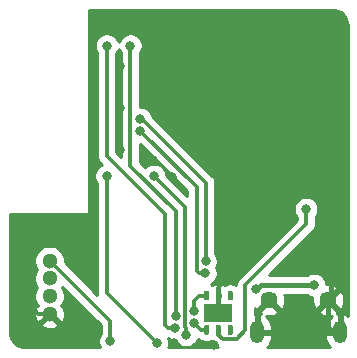
<source format=gbr>
G04 #@! TF.GenerationSoftware,KiCad,Pcbnew,(5.1.5)-3*
G04 #@! TF.CreationDate,2020-07-05T00:24:43+03:00*
G04 #@! TF.ProjectId,body_temp,626f6479-5f74-4656-9d70-2e6b69636164,rev?*
G04 #@! TF.SameCoordinates,Original*
G04 #@! TF.FileFunction,Copper,L2,Bot*
G04 #@! TF.FilePolarity,Positive*
%FSLAX46Y46*%
G04 Gerber Fmt 4.6, Leading zero omitted, Abs format (unit mm)*
G04 Created by KiCad (PCBNEW (5.1.5)-3) date 2020-07-05 00:24:43*
%MOMM*%
%LPD*%
G04 APERTURE LIST*
%ADD10C,1.300000*%
%ADD11R,2.400000X1.500000*%
%ADD12C,0.100000*%
%ADD13O,1.200000X1.900000*%
%ADD14C,1.450000*%
%ADD15C,0.800000*%
%ADD16C,0.400000*%
%ADD17C,0.350000*%
%ADD18C,0.254000*%
G04 APERTURE END LIST*
D10*
X20066000Y-41457000D03*
X20066000Y-39957000D03*
X20066000Y-38457000D03*
X20066000Y-36957000D03*
D11*
X34352200Y-41362200D03*
G04 #@! TA.AperFunction,SMDPad,CuDef*
D12*
G36*
X33462002Y-42412682D02*
G01*
X33471709Y-42414121D01*
X33481228Y-42416506D01*
X33490468Y-42419812D01*
X33499340Y-42424008D01*
X33507757Y-42429053D01*
X33515639Y-42434899D01*
X33522911Y-42441489D01*
X33529501Y-42448761D01*
X33535347Y-42456643D01*
X33540392Y-42465060D01*
X33544588Y-42473932D01*
X33547894Y-42483172D01*
X33550279Y-42492691D01*
X33551718Y-42502398D01*
X33552200Y-42512200D01*
X33552200Y-43112200D01*
X33551718Y-43122002D01*
X33550279Y-43131709D01*
X33547894Y-43141228D01*
X33544588Y-43150468D01*
X33540392Y-43159340D01*
X33535347Y-43167757D01*
X33529501Y-43175639D01*
X33522911Y-43182911D01*
X33515639Y-43189501D01*
X33507757Y-43195347D01*
X33499340Y-43200392D01*
X33490468Y-43204588D01*
X33481228Y-43207894D01*
X33471709Y-43210279D01*
X33462002Y-43211718D01*
X33452200Y-43212200D01*
X33252200Y-43212200D01*
X33242398Y-43211718D01*
X33232691Y-43210279D01*
X33223172Y-43207894D01*
X33213932Y-43204588D01*
X33205060Y-43200392D01*
X33196643Y-43195347D01*
X33188761Y-43189501D01*
X33181489Y-43182911D01*
X33174899Y-43175639D01*
X33169053Y-43167757D01*
X33164008Y-43159340D01*
X33159812Y-43150468D01*
X33156506Y-43141228D01*
X33154121Y-43131709D01*
X33152682Y-43122002D01*
X33152200Y-43112200D01*
X33152200Y-42512200D01*
X33152682Y-42502398D01*
X33154121Y-42492691D01*
X33156506Y-42483172D01*
X33159812Y-42473932D01*
X33164008Y-42465060D01*
X33169053Y-42456643D01*
X33174899Y-42448761D01*
X33181489Y-42441489D01*
X33188761Y-42434899D01*
X33196643Y-42429053D01*
X33205060Y-42424008D01*
X33213932Y-42419812D01*
X33223172Y-42416506D01*
X33232691Y-42414121D01*
X33242398Y-42412682D01*
X33252200Y-42412200D01*
X33452200Y-42412200D01*
X33462002Y-42412682D01*
G37*
G04 #@! TD.AperFunction*
G04 #@! TA.AperFunction,SMDPad,CuDef*
G36*
X34462002Y-42412682D02*
G01*
X34471709Y-42414121D01*
X34481228Y-42416506D01*
X34490468Y-42419812D01*
X34499340Y-42424008D01*
X34507757Y-42429053D01*
X34515639Y-42434899D01*
X34522911Y-42441489D01*
X34529501Y-42448761D01*
X34535347Y-42456643D01*
X34540392Y-42465060D01*
X34544588Y-42473932D01*
X34547894Y-42483172D01*
X34550279Y-42492691D01*
X34551718Y-42502398D01*
X34552200Y-42512200D01*
X34552200Y-43112200D01*
X34551718Y-43122002D01*
X34550279Y-43131709D01*
X34547894Y-43141228D01*
X34544588Y-43150468D01*
X34540392Y-43159340D01*
X34535347Y-43167757D01*
X34529501Y-43175639D01*
X34522911Y-43182911D01*
X34515639Y-43189501D01*
X34507757Y-43195347D01*
X34499340Y-43200392D01*
X34490468Y-43204588D01*
X34481228Y-43207894D01*
X34471709Y-43210279D01*
X34462002Y-43211718D01*
X34452200Y-43212200D01*
X34252200Y-43212200D01*
X34242398Y-43211718D01*
X34232691Y-43210279D01*
X34223172Y-43207894D01*
X34213932Y-43204588D01*
X34205060Y-43200392D01*
X34196643Y-43195347D01*
X34188761Y-43189501D01*
X34181489Y-43182911D01*
X34174899Y-43175639D01*
X34169053Y-43167757D01*
X34164008Y-43159340D01*
X34159812Y-43150468D01*
X34156506Y-43141228D01*
X34154121Y-43131709D01*
X34152682Y-43122002D01*
X34152200Y-43112200D01*
X34152200Y-42512200D01*
X34152682Y-42502398D01*
X34154121Y-42492691D01*
X34156506Y-42483172D01*
X34159812Y-42473932D01*
X34164008Y-42465060D01*
X34169053Y-42456643D01*
X34174899Y-42448761D01*
X34181489Y-42441489D01*
X34188761Y-42434899D01*
X34196643Y-42429053D01*
X34205060Y-42424008D01*
X34213932Y-42419812D01*
X34223172Y-42416506D01*
X34232691Y-42414121D01*
X34242398Y-42412682D01*
X34252200Y-42412200D01*
X34452200Y-42412200D01*
X34462002Y-42412682D01*
G37*
G04 #@! TD.AperFunction*
G04 #@! TA.AperFunction,SMDPad,CuDef*
G36*
X35462002Y-42412682D02*
G01*
X35471709Y-42414121D01*
X35481228Y-42416506D01*
X35490468Y-42419812D01*
X35499340Y-42424008D01*
X35507757Y-42429053D01*
X35515639Y-42434899D01*
X35522911Y-42441489D01*
X35529501Y-42448761D01*
X35535347Y-42456643D01*
X35540392Y-42465060D01*
X35544588Y-42473932D01*
X35547894Y-42483172D01*
X35550279Y-42492691D01*
X35551718Y-42502398D01*
X35552200Y-42512200D01*
X35552200Y-43112200D01*
X35551718Y-43122002D01*
X35550279Y-43131709D01*
X35547894Y-43141228D01*
X35544588Y-43150468D01*
X35540392Y-43159340D01*
X35535347Y-43167757D01*
X35529501Y-43175639D01*
X35522911Y-43182911D01*
X35515639Y-43189501D01*
X35507757Y-43195347D01*
X35499340Y-43200392D01*
X35490468Y-43204588D01*
X35481228Y-43207894D01*
X35471709Y-43210279D01*
X35462002Y-43211718D01*
X35452200Y-43212200D01*
X35252200Y-43212200D01*
X35242398Y-43211718D01*
X35232691Y-43210279D01*
X35223172Y-43207894D01*
X35213932Y-43204588D01*
X35205060Y-43200392D01*
X35196643Y-43195347D01*
X35188761Y-43189501D01*
X35181489Y-43182911D01*
X35174899Y-43175639D01*
X35169053Y-43167757D01*
X35164008Y-43159340D01*
X35159812Y-43150468D01*
X35156506Y-43141228D01*
X35154121Y-43131709D01*
X35152682Y-43122002D01*
X35152200Y-43112200D01*
X35152200Y-42512200D01*
X35152682Y-42502398D01*
X35154121Y-42492691D01*
X35156506Y-42483172D01*
X35159812Y-42473932D01*
X35164008Y-42465060D01*
X35169053Y-42456643D01*
X35174899Y-42448761D01*
X35181489Y-42441489D01*
X35188761Y-42434899D01*
X35196643Y-42429053D01*
X35205060Y-42424008D01*
X35213932Y-42419812D01*
X35223172Y-42416506D01*
X35232691Y-42414121D01*
X35242398Y-42412682D01*
X35252200Y-42412200D01*
X35452200Y-42412200D01*
X35462002Y-42412682D01*
G37*
G04 #@! TD.AperFunction*
G04 #@! TA.AperFunction,SMDPad,CuDef*
G36*
X35462002Y-39512682D02*
G01*
X35471709Y-39514121D01*
X35481228Y-39516506D01*
X35490468Y-39519812D01*
X35499340Y-39524008D01*
X35507757Y-39529053D01*
X35515639Y-39534899D01*
X35522911Y-39541489D01*
X35529501Y-39548761D01*
X35535347Y-39556643D01*
X35540392Y-39565060D01*
X35544588Y-39573932D01*
X35547894Y-39583172D01*
X35550279Y-39592691D01*
X35551718Y-39602398D01*
X35552200Y-39612200D01*
X35552200Y-40212200D01*
X35551718Y-40222002D01*
X35550279Y-40231709D01*
X35547894Y-40241228D01*
X35544588Y-40250468D01*
X35540392Y-40259340D01*
X35535347Y-40267757D01*
X35529501Y-40275639D01*
X35522911Y-40282911D01*
X35515639Y-40289501D01*
X35507757Y-40295347D01*
X35499340Y-40300392D01*
X35490468Y-40304588D01*
X35481228Y-40307894D01*
X35471709Y-40310279D01*
X35462002Y-40311718D01*
X35452200Y-40312200D01*
X35252200Y-40312200D01*
X35242398Y-40311718D01*
X35232691Y-40310279D01*
X35223172Y-40307894D01*
X35213932Y-40304588D01*
X35205060Y-40300392D01*
X35196643Y-40295347D01*
X35188761Y-40289501D01*
X35181489Y-40282911D01*
X35174899Y-40275639D01*
X35169053Y-40267757D01*
X35164008Y-40259340D01*
X35159812Y-40250468D01*
X35156506Y-40241228D01*
X35154121Y-40231709D01*
X35152682Y-40222002D01*
X35152200Y-40212200D01*
X35152200Y-39612200D01*
X35152682Y-39602398D01*
X35154121Y-39592691D01*
X35156506Y-39583172D01*
X35159812Y-39573932D01*
X35164008Y-39565060D01*
X35169053Y-39556643D01*
X35174899Y-39548761D01*
X35181489Y-39541489D01*
X35188761Y-39534899D01*
X35196643Y-39529053D01*
X35205060Y-39524008D01*
X35213932Y-39519812D01*
X35223172Y-39516506D01*
X35232691Y-39514121D01*
X35242398Y-39512682D01*
X35252200Y-39512200D01*
X35452200Y-39512200D01*
X35462002Y-39512682D01*
G37*
G04 #@! TD.AperFunction*
G04 #@! TA.AperFunction,SMDPad,CuDef*
G36*
X34462002Y-39512682D02*
G01*
X34471709Y-39514121D01*
X34481228Y-39516506D01*
X34490468Y-39519812D01*
X34499340Y-39524008D01*
X34507757Y-39529053D01*
X34515639Y-39534899D01*
X34522911Y-39541489D01*
X34529501Y-39548761D01*
X34535347Y-39556643D01*
X34540392Y-39565060D01*
X34544588Y-39573932D01*
X34547894Y-39583172D01*
X34550279Y-39592691D01*
X34551718Y-39602398D01*
X34552200Y-39612200D01*
X34552200Y-40212200D01*
X34551718Y-40222002D01*
X34550279Y-40231709D01*
X34547894Y-40241228D01*
X34544588Y-40250468D01*
X34540392Y-40259340D01*
X34535347Y-40267757D01*
X34529501Y-40275639D01*
X34522911Y-40282911D01*
X34515639Y-40289501D01*
X34507757Y-40295347D01*
X34499340Y-40300392D01*
X34490468Y-40304588D01*
X34481228Y-40307894D01*
X34471709Y-40310279D01*
X34462002Y-40311718D01*
X34452200Y-40312200D01*
X34252200Y-40312200D01*
X34242398Y-40311718D01*
X34232691Y-40310279D01*
X34223172Y-40307894D01*
X34213932Y-40304588D01*
X34205060Y-40300392D01*
X34196643Y-40295347D01*
X34188761Y-40289501D01*
X34181489Y-40282911D01*
X34174899Y-40275639D01*
X34169053Y-40267757D01*
X34164008Y-40259340D01*
X34159812Y-40250468D01*
X34156506Y-40241228D01*
X34154121Y-40231709D01*
X34152682Y-40222002D01*
X34152200Y-40212200D01*
X34152200Y-39612200D01*
X34152682Y-39602398D01*
X34154121Y-39592691D01*
X34156506Y-39583172D01*
X34159812Y-39573932D01*
X34164008Y-39565060D01*
X34169053Y-39556643D01*
X34174899Y-39548761D01*
X34181489Y-39541489D01*
X34188761Y-39534899D01*
X34196643Y-39529053D01*
X34205060Y-39524008D01*
X34213932Y-39519812D01*
X34223172Y-39516506D01*
X34232691Y-39514121D01*
X34242398Y-39512682D01*
X34252200Y-39512200D01*
X34452200Y-39512200D01*
X34462002Y-39512682D01*
G37*
G04 #@! TD.AperFunction*
G04 #@! TA.AperFunction,SMDPad,CuDef*
G36*
X33462002Y-39512682D02*
G01*
X33471709Y-39514121D01*
X33481228Y-39516506D01*
X33490468Y-39519812D01*
X33499340Y-39524008D01*
X33507757Y-39529053D01*
X33515639Y-39534899D01*
X33522911Y-39541489D01*
X33529501Y-39548761D01*
X33535347Y-39556643D01*
X33540392Y-39565060D01*
X33544588Y-39573932D01*
X33547894Y-39583172D01*
X33550279Y-39592691D01*
X33551718Y-39602398D01*
X33552200Y-39612200D01*
X33552200Y-40212200D01*
X33551718Y-40222002D01*
X33550279Y-40231709D01*
X33547894Y-40241228D01*
X33544588Y-40250468D01*
X33540392Y-40259340D01*
X33535347Y-40267757D01*
X33529501Y-40275639D01*
X33522911Y-40282911D01*
X33515639Y-40289501D01*
X33507757Y-40295347D01*
X33499340Y-40300392D01*
X33490468Y-40304588D01*
X33481228Y-40307894D01*
X33471709Y-40310279D01*
X33462002Y-40311718D01*
X33452200Y-40312200D01*
X33252200Y-40312200D01*
X33242398Y-40311718D01*
X33232691Y-40310279D01*
X33223172Y-40307894D01*
X33213932Y-40304588D01*
X33205060Y-40300392D01*
X33196643Y-40295347D01*
X33188761Y-40289501D01*
X33181489Y-40282911D01*
X33174899Y-40275639D01*
X33169053Y-40267757D01*
X33164008Y-40259340D01*
X33159812Y-40250468D01*
X33156506Y-40241228D01*
X33154121Y-40231709D01*
X33152682Y-40222002D01*
X33152200Y-40212200D01*
X33152200Y-39612200D01*
X33152682Y-39602398D01*
X33154121Y-39592691D01*
X33156506Y-39583172D01*
X33159812Y-39573932D01*
X33164008Y-39565060D01*
X33169053Y-39556643D01*
X33174899Y-39548761D01*
X33181489Y-39541489D01*
X33188761Y-39534899D01*
X33196643Y-39529053D01*
X33205060Y-39524008D01*
X33213932Y-39519812D01*
X33223172Y-39516506D01*
X33232691Y-39514121D01*
X33242398Y-39512682D01*
X33252200Y-39512200D01*
X33452200Y-39512200D01*
X33462002Y-39512682D01*
G37*
G04 #@! TD.AperFunction*
D13*
X44653000Y-43006500D03*
X37653000Y-43006500D03*
D14*
X43653000Y-40306500D03*
X38653000Y-40306500D03*
D15*
X17166000Y-34434000D03*
X17166000Y-43324000D03*
X43899500Y-32148002D03*
X38375000Y-29100000D03*
X28850000Y-28448000D03*
X38375000Y-19575000D03*
X28215000Y-19575000D03*
X26056000Y-27576000D03*
X26056000Y-24020000D03*
X26056000Y-20464000D03*
X33930000Y-24528000D03*
X33930000Y-19194000D03*
X44344000Y-16908000D03*
X17166000Y-39006000D03*
X21992000Y-43324000D03*
X43899500Y-18749500D03*
X23749000Y-21463000D03*
X23749000Y-17018000D03*
X42862500Y-22987000D03*
X44894500Y-22987000D03*
X40449500Y-31559500D03*
X23812500Y-34734500D03*
X33972500Y-44069000D03*
X30607000Y-43942000D03*
X20510500Y-33782000D03*
X21844000Y-40703500D03*
X41301500Y-16801000D03*
X30416500Y-29908500D03*
X41783000Y-32575500D03*
X25209500Y-43751500D03*
X29146500Y-43942000D03*
X24892000Y-29781500D03*
X30681270Y-42646432D03*
X24905500Y-18749500D03*
X30729600Y-41647599D03*
X26905500Y-18749500D03*
X31623000Y-43243500D03*
X28892500Y-29781500D03*
X42439000Y-39006000D03*
X37549500Y-39387000D03*
X32279601Y-41190400D03*
X32279601Y-42206400D03*
X33255342Y-38009142D03*
X27749500Y-25971500D03*
X33275505Y-37009344D03*
X27749500Y-24955500D03*
D16*
X43653000Y-42606500D02*
X43653000Y-40306500D01*
X44653000Y-43006500D02*
X44053000Y-43006500D01*
X44053000Y-43006500D02*
X43653000Y-42606500D01*
X43899500Y-40060000D02*
X43899500Y-32148002D01*
X43653000Y-40306500D02*
X43899500Y-40060000D01*
D17*
X34352200Y-39912200D02*
X34352200Y-41362200D01*
D16*
X43899500Y-32148002D02*
X43878500Y-30226000D01*
X43878500Y-30226000D02*
X43899500Y-18749500D01*
D17*
X42672000Y-30226000D02*
X43878500Y-30226000D01*
X40322500Y-32702500D02*
X42672000Y-30226000D01*
X34353500Y-39910900D02*
X34353500Y-39306500D01*
X34353500Y-39306500D02*
X40322500Y-33337500D01*
X34352200Y-39912200D02*
X34353500Y-39910900D01*
X40322500Y-33337500D02*
X40322500Y-32702500D01*
X19812000Y-34734500D02*
X23812500Y-34734500D01*
X18478500Y-36068000D02*
X19812000Y-34734500D01*
X18478500Y-40830500D02*
X18478500Y-36068000D01*
X20066000Y-41457000D02*
X19105000Y-41457000D01*
X19105000Y-41457000D02*
X18478500Y-40830500D01*
X36639500Y-38989000D02*
X41783000Y-33845500D01*
X41783000Y-33845500D02*
X41783000Y-32575500D01*
X34352200Y-43212200D02*
X34727210Y-43587210D01*
X34352200Y-42812200D02*
X34352200Y-43212200D01*
X34727210Y-43587210D02*
X35914790Y-43587210D01*
X36639500Y-42862500D02*
X36639500Y-38989000D01*
X35914790Y-43587210D02*
X36639500Y-42862500D01*
X20066000Y-36957000D02*
X25209500Y-42100500D01*
X25209500Y-42100500D02*
X25209500Y-43751500D01*
X24892000Y-39687500D02*
X24892000Y-29781500D01*
X29146500Y-43942000D02*
X24892000Y-39687500D01*
X24905500Y-28097500D02*
X24905500Y-18749500D01*
X29845000Y-33037000D02*
X24905500Y-28097500D01*
X29845000Y-42375847D02*
X29845000Y-33037000D01*
X30681270Y-42646432D02*
X30115585Y-42646432D01*
X30115585Y-42646432D02*
X29845000Y-42375847D01*
X26905500Y-28937500D02*
X26905500Y-19315185D01*
X30734000Y-32766000D02*
X26905500Y-28937500D01*
X30729600Y-41647599D02*
X30734000Y-41643199D01*
X26905500Y-19315185D02*
X26905500Y-18749500D01*
X30734000Y-41643199D02*
X30734000Y-32766000D01*
X31504600Y-42559415D02*
X31504600Y-32393600D01*
X31504600Y-32393600D02*
X28892500Y-29781500D01*
X31623000Y-43243500D02*
X31623000Y-42677815D01*
X31623000Y-42677815D02*
X31504600Y-42559415D01*
D16*
X37930500Y-39006000D02*
X42439000Y-39006000D01*
X37549500Y-39387000D02*
X37930500Y-39006000D01*
D17*
X32279601Y-40351599D02*
X32279601Y-41190400D01*
X33352200Y-39912200D02*
X32719000Y-39912200D01*
X32719000Y-39912200D02*
X32279601Y-40351599D01*
X33352200Y-42812200D02*
X32885401Y-42812200D01*
X32885401Y-42812200D02*
X32279601Y-42206400D01*
X32500504Y-37819989D02*
X32500504Y-30722504D01*
X32500504Y-30722504D02*
X27749500Y-25971500D01*
X33255342Y-38009142D02*
X32689657Y-38009142D01*
X32689657Y-38009142D02*
X32500504Y-37819989D01*
X27880502Y-24955500D02*
X27749500Y-24955500D01*
X33275505Y-37009344D02*
X33275505Y-30350503D01*
X33275505Y-30350503D02*
X27880502Y-24955500D01*
D18*
G36*
X44249899Y-15737907D02*
G01*
X44490285Y-15810484D01*
X44711991Y-15928368D01*
X44906577Y-16087068D01*
X45066635Y-16280545D01*
X45186064Y-16501424D01*
X45260317Y-16741297D01*
X45290000Y-17023716D01*
X45290001Y-41596460D01*
X45233533Y-41559079D01*
X45008282Y-41466909D01*
X44970609Y-41463038D01*
X44780000Y-41587769D01*
X44780000Y-42879500D01*
X44800000Y-42879500D01*
X44800000Y-43133500D01*
X44780000Y-43133500D01*
X44780000Y-43153500D01*
X44526000Y-43153500D01*
X44526000Y-43133500D01*
X43418000Y-43133500D01*
X43418000Y-43483500D01*
X43466507Y-43721996D01*
X43560610Y-43946446D01*
X43696693Y-44148225D01*
X43839693Y-44290000D01*
X38466307Y-44290000D01*
X38609307Y-44148225D01*
X38745390Y-43946446D01*
X38839493Y-43721996D01*
X38888000Y-43483500D01*
X38888000Y-43133500D01*
X37780000Y-43133500D01*
X37780000Y-43153500D01*
X37526000Y-43153500D01*
X37526000Y-43133500D01*
X37506000Y-43133500D01*
X37506000Y-42879500D01*
X37526000Y-42879500D01*
X37526000Y-41587769D01*
X37780000Y-41587769D01*
X37780000Y-42879500D01*
X38888000Y-42879500D01*
X38888000Y-42529500D01*
X38839493Y-42291004D01*
X38745390Y-42066554D01*
X38609307Y-41864775D01*
X38436474Y-41693422D01*
X38341164Y-41630329D01*
X38458849Y-41659219D01*
X38726482Y-41671104D01*
X38991291Y-41630548D01*
X39243100Y-41539109D01*
X39350035Y-41481950D01*
X39412528Y-41245633D01*
X42893472Y-41245633D01*
X42955965Y-41481950D01*
X43198678Y-41595350D01*
X43458849Y-41659219D01*
X43726482Y-41671104D01*
X43956442Y-41635885D01*
X43869526Y-41693422D01*
X43696693Y-41864775D01*
X43560610Y-42066554D01*
X43466507Y-42291004D01*
X43418000Y-42529500D01*
X43418000Y-42879500D01*
X44526000Y-42879500D01*
X44526000Y-41587769D01*
X44352138Y-41473997D01*
X44412528Y-41245633D01*
X43653000Y-40486105D01*
X42893472Y-41245633D01*
X39412528Y-41245633D01*
X38653000Y-40486105D01*
X37893472Y-41245633D01*
X37953862Y-41473997D01*
X37780000Y-41587769D01*
X37526000Y-41587769D01*
X37449500Y-41537709D01*
X37449500Y-40951058D01*
X37477550Y-41003535D01*
X37713867Y-41066028D01*
X38473395Y-40306500D01*
X38459253Y-40292358D01*
X38638858Y-40112753D01*
X38653000Y-40126895D01*
X38667143Y-40112753D01*
X38846748Y-40292358D01*
X38832605Y-40306500D01*
X39592133Y-41066028D01*
X39828450Y-41003535D01*
X39941850Y-40760822D01*
X40005719Y-40500651D01*
X40017604Y-40233018D01*
X39977048Y-39968209D01*
X39930855Y-39841000D01*
X41825715Y-39841000D01*
X41948744Y-39923205D01*
X42137102Y-40001226D01*
X42318693Y-40037346D01*
X42300281Y-40112349D01*
X42288396Y-40379982D01*
X42328952Y-40644791D01*
X42420391Y-40896600D01*
X42477550Y-41003535D01*
X42713867Y-41066028D01*
X43473395Y-40306500D01*
X43832605Y-40306500D01*
X44592133Y-41066028D01*
X44828450Y-41003535D01*
X44941850Y-40760822D01*
X45005719Y-40500651D01*
X45017604Y-40233018D01*
X44977048Y-39968209D01*
X44885609Y-39716400D01*
X44828450Y-39609465D01*
X44592133Y-39546972D01*
X43832605Y-40306500D01*
X43473395Y-40306500D01*
X43459253Y-40292358D01*
X43638858Y-40112753D01*
X43653000Y-40126895D01*
X44412528Y-39367367D01*
X44350035Y-39131050D01*
X44107322Y-39017650D01*
X43847151Y-38953781D01*
X43579518Y-38941896D01*
X43474000Y-38958056D01*
X43474000Y-38904061D01*
X43434226Y-38704102D01*
X43356205Y-38515744D01*
X43242937Y-38346226D01*
X43098774Y-38202063D01*
X42929256Y-38088795D01*
X42740898Y-38010774D01*
X42540939Y-37971000D01*
X42337061Y-37971000D01*
X42137102Y-38010774D01*
X41948744Y-38088795D01*
X41825715Y-38171000D01*
X38603012Y-38171000D01*
X42327619Y-34446394D01*
X42358528Y-34421028D01*
X42459749Y-34297689D01*
X42534963Y-34156973D01*
X42581280Y-34004288D01*
X42593000Y-33885291D01*
X42593000Y-33885289D01*
X42596919Y-33845501D01*
X42593000Y-33805713D01*
X42593000Y-33226200D01*
X42700205Y-33065756D01*
X42778226Y-32877398D01*
X42818000Y-32677439D01*
X42818000Y-32473561D01*
X42778226Y-32273602D01*
X42700205Y-32085244D01*
X42586937Y-31915726D01*
X42442774Y-31771563D01*
X42273256Y-31658295D01*
X42084898Y-31580274D01*
X41884939Y-31540500D01*
X41681061Y-31540500D01*
X41481102Y-31580274D01*
X41292744Y-31658295D01*
X41123226Y-31771563D01*
X40979063Y-31915726D01*
X40865795Y-32085244D01*
X40787774Y-32273602D01*
X40748000Y-32473561D01*
X40748000Y-32677439D01*
X40787774Y-32877398D01*
X40865795Y-33065756D01*
X40973000Y-33226201D01*
X40973000Y-33509987D01*
X36094883Y-38388105D01*
X36063973Y-38413472D01*
X36018352Y-38469061D01*
X35962751Y-38536811D01*
X35892141Y-38668916D01*
X35887538Y-38677527D01*
X35843391Y-38823061D01*
X35841221Y-38830213D01*
X35826525Y-38979420D01*
X35734648Y-38930310D01*
X35596191Y-38888310D01*
X35452200Y-38874128D01*
X35252200Y-38874128D01*
X35108209Y-38888310D01*
X34969752Y-38930310D01*
X34889335Y-38973294D01*
X34809360Y-38928244D01*
X34690494Y-38889295D01*
X34583950Y-38877200D01*
X34425200Y-39035950D01*
X34425200Y-39785200D01*
X34499200Y-39785200D01*
X34499200Y-40039200D01*
X34425200Y-40039200D01*
X34425200Y-40788450D01*
X34479200Y-40842450D01*
X34479200Y-41235200D01*
X34499200Y-41235200D01*
X34499200Y-41489200D01*
X34479200Y-41489200D01*
X34479200Y-41509200D01*
X34225200Y-41509200D01*
X34225200Y-41489200D01*
X34205200Y-41489200D01*
X34205200Y-41235200D01*
X34225200Y-41235200D01*
X34225200Y-40842450D01*
X34279200Y-40788450D01*
X34279200Y-40039200D01*
X34205200Y-40039200D01*
X34205200Y-39785200D01*
X34279200Y-39785200D01*
X34279200Y-39035950D01*
X34120450Y-38877200D01*
X34013906Y-38889295D01*
X33895040Y-38928244D01*
X33815065Y-38973294D01*
X33735252Y-38930633D01*
X33745598Y-38926347D01*
X33915116Y-38813079D01*
X34059279Y-38668916D01*
X34172547Y-38499398D01*
X34250568Y-38311040D01*
X34290342Y-38111081D01*
X34290342Y-37907203D01*
X34250568Y-37707244D01*
X34175332Y-37525609D01*
X34192710Y-37499600D01*
X34270731Y-37311242D01*
X34310505Y-37111283D01*
X34310505Y-36907405D01*
X34270731Y-36707446D01*
X34192710Y-36519088D01*
X34085505Y-36358644D01*
X34085505Y-30390290D01*
X34089424Y-30350502D01*
X34081526Y-30270314D01*
X34073785Y-30191715D01*
X34027468Y-30039030D01*
X33952254Y-29898314D01*
X33851033Y-29774975D01*
X33820123Y-29749608D01*
X28749843Y-24679329D01*
X28744726Y-24653602D01*
X28666705Y-24465244D01*
X28553437Y-24295726D01*
X28409274Y-24151563D01*
X28239756Y-24038295D01*
X28051398Y-23960274D01*
X27851439Y-23920500D01*
X27715500Y-23920500D01*
X27715500Y-19400200D01*
X27822705Y-19239756D01*
X27900726Y-19051398D01*
X27940500Y-18851439D01*
X27940500Y-18647561D01*
X27900726Y-18447602D01*
X27822705Y-18259244D01*
X27709437Y-18089726D01*
X27565274Y-17945563D01*
X27395756Y-17832295D01*
X27207398Y-17754274D01*
X27007439Y-17714500D01*
X26803561Y-17714500D01*
X26603602Y-17754274D01*
X26415244Y-17832295D01*
X26245726Y-17945563D01*
X26101563Y-18089726D01*
X25988295Y-18259244D01*
X25910274Y-18447602D01*
X25905500Y-18471603D01*
X25900726Y-18447602D01*
X25822705Y-18259244D01*
X25709437Y-18089726D01*
X25565274Y-17945563D01*
X25395756Y-17832295D01*
X25207398Y-17754274D01*
X25007439Y-17714500D01*
X24803561Y-17714500D01*
X24603602Y-17754274D01*
X24415244Y-17832295D01*
X24245726Y-17945563D01*
X24101563Y-18089726D01*
X23988295Y-18259244D01*
X23910274Y-18447602D01*
X23870500Y-18647561D01*
X23870500Y-18851439D01*
X23910274Y-19051398D01*
X23988295Y-19239756D01*
X24095501Y-19400201D01*
X24095500Y-28057712D01*
X24091581Y-28097500D01*
X24095500Y-28137288D01*
X24095500Y-28137290D01*
X24107220Y-28256287D01*
X24153537Y-28408972D01*
X24153538Y-28408973D01*
X24228751Y-28549689D01*
X24260203Y-28588013D01*
X24329972Y-28673028D01*
X24360888Y-28698400D01*
X24490160Y-28827672D01*
X24401744Y-28864295D01*
X24232226Y-28977563D01*
X24088063Y-29121726D01*
X23974795Y-29291244D01*
X23896774Y-29479602D01*
X23857000Y-29679561D01*
X23857000Y-29883439D01*
X23896774Y-30083398D01*
X23974795Y-30271756D01*
X24082001Y-30432201D01*
X24082000Y-39647712D01*
X24078081Y-39687500D01*
X24082000Y-39727288D01*
X24082000Y-39727290D01*
X24092947Y-39838434D01*
X21348855Y-37094343D01*
X21351000Y-37083561D01*
X21351000Y-36830439D01*
X21301619Y-36582179D01*
X21204753Y-36348324D01*
X21064125Y-36137860D01*
X20885140Y-35958875D01*
X20674676Y-35818247D01*
X20440821Y-35721381D01*
X20192561Y-35672000D01*
X19939439Y-35672000D01*
X19691179Y-35721381D01*
X19457324Y-35818247D01*
X19246860Y-35958875D01*
X19067875Y-36137860D01*
X18927247Y-36348324D01*
X18830381Y-36582179D01*
X18781000Y-36830439D01*
X18781000Y-37083561D01*
X18830381Y-37331821D01*
X18927247Y-37565676D01*
X19021677Y-37707000D01*
X18927247Y-37848324D01*
X18830381Y-38082179D01*
X18781000Y-38330439D01*
X18781000Y-38583561D01*
X18830381Y-38831821D01*
X18927247Y-39065676D01*
X19021677Y-39207000D01*
X18927247Y-39348324D01*
X18830381Y-39582179D01*
X18781000Y-39830439D01*
X18781000Y-40083561D01*
X18830381Y-40331821D01*
X18927247Y-40565676D01*
X19067875Y-40776140D01*
X19068869Y-40777134D01*
X18951799Y-40804466D01*
X18845905Y-41034374D01*
X18786898Y-41280524D01*
X18777048Y-41533455D01*
X18816730Y-41783449D01*
X18904422Y-42020896D01*
X18951799Y-42109534D01*
X19180473Y-42162922D01*
X19886395Y-41457000D01*
X19872253Y-41442858D01*
X20051858Y-41263253D01*
X20066000Y-41277395D01*
X20080143Y-41263253D01*
X20259748Y-41442858D01*
X20245605Y-41457000D01*
X20951527Y-42162922D01*
X21180201Y-42109534D01*
X21286095Y-41879626D01*
X21345102Y-41633476D01*
X21354952Y-41380545D01*
X21315270Y-41130551D01*
X21227578Y-40893104D01*
X21180201Y-40804466D01*
X21063131Y-40777134D01*
X21064125Y-40776140D01*
X21204753Y-40565676D01*
X21301619Y-40331821D01*
X21351000Y-40083561D01*
X21351000Y-39830439D01*
X21301619Y-39582179D01*
X21204753Y-39348324D01*
X21110323Y-39207000D01*
X21134422Y-39170934D01*
X24399500Y-42436013D01*
X24399501Y-43100799D01*
X24292295Y-43261244D01*
X24214274Y-43449602D01*
X24174500Y-43649561D01*
X24174500Y-43853439D01*
X24214274Y-44053398D01*
X24292295Y-44241756D01*
X24324531Y-44290000D01*
X18034721Y-44290000D01*
X17750101Y-44262093D01*
X17509718Y-44189517D01*
X17288011Y-44071633D01*
X17093420Y-43912929D01*
X16933365Y-43719455D01*
X16813936Y-43498576D01*
X16739683Y-43258701D01*
X16710000Y-42976291D01*
X16710000Y-42342527D01*
X19360078Y-42342527D01*
X19413466Y-42571201D01*
X19643374Y-42677095D01*
X19889524Y-42736102D01*
X20142455Y-42745952D01*
X20392449Y-42706270D01*
X20629896Y-42618578D01*
X20718534Y-42571201D01*
X20771922Y-42342527D01*
X20066000Y-41636605D01*
X19360078Y-42342527D01*
X16710000Y-42342527D01*
X16710000Y-33037000D01*
X23262000Y-33037000D01*
X23286776Y-33034560D01*
X23310601Y-33027333D01*
X23332557Y-33015597D01*
X23351803Y-32999803D01*
X23367597Y-32980557D01*
X23379333Y-32958601D01*
X23386560Y-32934776D01*
X23389000Y-32910000D01*
X23389000Y-15710000D01*
X43965279Y-15710000D01*
X44249899Y-15737907D01*
G37*
X44249899Y-15737907D02*
X44490285Y-15810484D01*
X44711991Y-15928368D01*
X44906577Y-16087068D01*
X45066635Y-16280545D01*
X45186064Y-16501424D01*
X45260317Y-16741297D01*
X45290000Y-17023716D01*
X45290001Y-41596460D01*
X45233533Y-41559079D01*
X45008282Y-41466909D01*
X44970609Y-41463038D01*
X44780000Y-41587769D01*
X44780000Y-42879500D01*
X44800000Y-42879500D01*
X44800000Y-43133500D01*
X44780000Y-43133500D01*
X44780000Y-43153500D01*
X44526000Y-43153500D01*
X44526000Y-43133500D01*
X43418000Y-43133500D01*
X43418000Y-43483500D01*
X43466507Y-43721996D01*
X43560610Y-43946446D01*
X43696693Y-44148225D01*
X43839693Y-44290000D01*
X38466307Y-44290000D01*
X38609307Y-44148225D01*
X38745390Y-43946446D01*
X38839493Y-43721996D01*
X38888000Y-43483500D01*
X38888000Y-43133500D01*
X37780000Y-43133500D01*
X37780000Y-43153500D01*
X37526000Y-43153500D01*
X37526000Y-43133500D01*
X37506000Y-43133500D01*
X37506000Y-42879500D01*
X37526000Y-42879500D01*
X37526000Y-41587769D01*
X37780000Y-41587769D01*
X37780000Y-42879500D01*
X38888000Y-42879500D01*
X38888000Y-42529500D01*
X38839493Y-42291004D01*
X38745390Y-42066554D01*
X38609307Y-41864775D01*
X38436474Y-41693422D01*
X38341164Y-41630329D01*
X38458849Y-41659219D01*
X38726482Y-41671104D01*
X38991291Y-41630548D01*
X39243100Y-41539109D01*
X39350035Y-41481950D01*
X39412528Y-41245633D01*
X42893472Y-41245633D01*
X42955965Y-41481950D01*
X43198678Y-41595350D01*
X43458849Y-41659219D01*
X43726482Y-41671104D01*
X43956442Y-41635885D01*
X43869526Y-41693422D01*
X43696693Y-41864775D01*
X43560610Y-42066554D01*
X43466507Y-42291004D01*
X43418000Y-42529500D01*
X43418000Y-42879500D01*
X44526000Y-42879500D01*
X44526000Y-41587769D01*
X44352138Y-41473997D01*
X44412528Y-41245633D01*
X43653000Y-40486105D01*
X42893472Y-41245633D01*
X39412528Y-41245633D01*
X38653000Y-40486105D01*
X37893472Y-41245633D01*
X37953862Y-41473997D01*
X37780000Y-41587769D01*
X37526000Y-41587769D01*
X37449500Y-41537709D01*
X37449500Y-40951058D01*
X37477550Y-41003535D01*
X37713867Y-41066028D01*
X38473395Y-40306500D01*
X38459253Y-40292358D01*
X38638858Y-40112753D01*
X38653000Y-40126895D01*
X38667143Y-40112753D01*
X38846748Y-40292358D01*
X38832605Y-40306500D01*
X39592133Y-41066028D01*
X39828450Y-41003535D01*
X39941850Y-40760822D01*
X40005719Y-40500651D01*
X40017604Y-40233018D01*
X39977048Y-39968209D01*
X39930855Y-39841000D01*
X41825715Y-39841000D01*
X41948744Y-39923205D01*
X42137102Y-40001226D01*
X42318693Y-40037346D01*
X42300281Y-40112349D01*
X42288396Y-40379982D01*
X42328952Y-40644791D01*
X42420391Y-40896600D01*
X42477550Y-41003535D01*
X42713867Y-41066028D01*
X43473395Y-40306500D01*
X43832605Y-40306500D01*
X44592133Y-41066028D01*
X44828450Y-41003535D01*
X44941850Y-40760822D01*
X45005719Y-40500651D01*
X45017604Y-40233018D01*
X44977048Y-39968209D01*
X44885609Y-39716400D01*
X44828450Y-39609465D01*
X44592133Y-39546972D01*
X43832605Y-40306500D01*
X43473395Y-40306500D01*
X43459253Y-40292358D01*
X43638858Y-40112753D01*
X43653000Y-40126895D01*
X44412528Y-39367367D01*
X44350035Y-39131050D01*
X44107322Y-39017650D01*
X43847151Y-38953781D01*
X43579518Y-38941896D01*
X43474000Y-38958056D01*
X43474000Y-38904061D01*
X43434226Y-38704102D01*
X43356205Y-38515744D01*
X43242937Y-38346226D01*
X43098774Y-38202063D01*
X42929256Y-38088795D01*
X42740898Y-38010774D01*
X42540939Y-37971000D01*
X42337061Y-37971000D01*
X42137102Y-38010774D01*
X41948744Y-38088795D01*
X41825715Y-38171000D01*
X38603012Y-38171000D01*
X42327619Y-34446394D01*
X42358528Y-34421028D01*
X42459749Y-34297689D01*
X42534963Y-34156973D01*
X42581280Y-34004288D01*
X42593000Y-33885291D01*
X42593000Y-33885289D01*
X42596919Y-33845501D01*
X42593000Y-33805713D01*
X42593000Y-33226200D01*
X42700205Y-33065756D01*
X42778226Y-32877398D01*
X42818000Y-32677439D01*
X42818000Y-32473561D01*
X42778226Y-32273602D01*
X42700205Y-32085244D01*
X42586937Y-31915726D01*
X42442774Y-31771563D01*
X42273256Y-31658295D01*
X42084898Y-31580274D01*
X41884939Y-31540500D01*
X41681061Y-31540500D01*
X41481102Y-31580274D01*
X41292744Y-31658295D01*
X41123226Y-31771563D01*
X40979063Y-31915726D01*
X40865795Y-32085244D01*
X40787774Y-32273602D01*
X40748000Y-32473561D01*
X40748000Y-32677439D01*
X40787774Y-32877398D01*
X40865795Y-33065756D01*
X40973000Y-33226201D01*
X40973000Y-33509987D01*
X36094883Y-38388105D01*
X36063973Y-38413472D01*
X36018352Y-38469061D01*
X35962751Y-38536811D01*
X35892141Y-38668916D01*
X35887538Y-38677527D01*
X35843391Y-38823061D01*
X35841221Y-38830213D01*
X35826525Y-38979420D01*
X35734648Y-38930310D01*
X35596191Y-38888310D01*
X35452200Y-38874128D01*
X35252200Y-38874128D01*
X35108209Y-38888310D01*
X34969752Y-38930310D01*
X34889335Y-38973294D01*
X34809360Y-38928244D01*
X34690494Y-38889295D01*
X34583950Y-38877200D01*
X34425200Y-39035950D01*
X34425200Y-39785200D01*
X34499200Y-39785200D01*
X34499200Y-40039200D01*
X34425200Y-40039200D01*
X34425200Y-40788450D01*
X34479200Y-40842450D01*
X34479200Y-41235200D01*
X34499200Y-41235200D01*
X34499200Y-41489200D01*
X34479200Y-41489200D01*
X34479200Y-41509200D01*
X34225200Y-41509200D01*
X34225200Y-41489200D01*
X34205200Y-41489200D01*
X34205200Y-41235200D01*
X34225200Y-41235200D01*
X34225200Y-40842450D01*
X34279200Y-40788450D01*
X34279200Y-40039200D01*
X34205200Y-40039200D01*
X34205200Y-39785200D01*
X34279200Y-39785200D01*
X34279200Y-39035950D01*
X34120450Y-38877200D01*
X34013906Y-38889295D01*
X33895040Y-38928244D01*
X33815065Y-38973294D01*
X33735252Y-38930633D01*
X33745598Y-38926347D01*
X33915116Y-38813079D01*
X34059279Y-38668916D01*
X34172547Y-38499398D01*
X34250568Y-38311040D01*
X34290342Y-38111081D01*
X34290342Y-37907203D01*
X34250568Y-37707244D01*
X34175332Y-37525609D01*
X34192710Y-37499600D01*
X34270731Y-37311242D01*
X34310505Y-37111283D01*
X34310505Y-36907405D01*
X34270731Y-36707446D01*
X34192710Y-36519088D01*
X34085505Y-36358644D01*
X34085505Y-30390290D01*
X34089424Y-30350502D01*
X34081526Y-30270314D01*
X34073785Y-30191715D01*
X34027468Y-30039030D01*
X33952254Y-29898314D01*
X33851033Y-29774975D01*
X33820123Y-29749608D01*
X28749843Y-24679329D01*
X28744726Y-24653602D01*
X28666705Y-24465244D01*
X28553437Y-24295726D01*
X28409274Y-24151563D01*
X28239756Y-24038295D01*
X28051398Y-23960274D01*
X27851439Y-23920500D01*
X27715500Y-23920500D01*
X27715500Y-19400200D01*
X27822705Y-19239756D01*
X27900726Y-19051398D01*
X27940500Y-18851439D01*
X27940500Y-18647561D01*
X27900726Y-18447602D01*
X27822705Y-18259244D01*
X27709437Y-18089726D01*
X27565274Y-17945563D01*
X27395756Y-17832295D01*
X27207398Y-17754274D01*
X27007439Y-17714500D01*
X26803561Y-17714500D01*
X26603602Y-17754274D01*
X26415244Y-17832295D01*
X26245726Y-17945563D01*
X26101563Y-18089726D01*
X25988295Y-18259244D01*
X25910274Y-18447602D01*
X25905500Y-18471603D01*
X25900726Y-18447602D01*
X25822705Y-18259244D01*
X25709437Y-18089726D01*
X25565274Y-17945563D01*
X25395756Y-17832295D01*
X25207398Y-17754274D01*
X25007439Y-17714500D01*
X24803561Y-17714500D01*
X24603602Y-17754274D01*
X24415244Y-17832295D01*
X24245726Y-17945563D01*
X24101563Y-18089726D01*
X23988295Y-18259244D01*
X23910274Y-18447602D01*
X23870500Y-18647561D01*
X23870500Y-18851439D01*
X23910274Y-19051398D01*
X23988295Y-19239756D01*
X24095501Y-19400201D01*
X24095500Y-28057712D01*
X24091581Y-28097500D01*
X24095500Y-28137288D01*
X24095500Y-28137290D01*
X24107220Y-28256287D01*
X24153537Y-28408972D01*
X24153538Y-28408973D01*
X24228751Y-28549689D01*
X24260203Y-28588013D01*
X24329972Y-28673028D01*
X24360888Y-28698400D01*
X24490160Y-28827672D01*
X24401744Y-28864295D01*
X24232226Y-28977563D01*
X24088063Y-29121726D01*
X23974795Y-29291244D01*
X23896774Y-29479602D01*
X23857000Y-29679561D01*
X23857000Y-29883439D01*
X23896774Y-30083398D01*
X23974795Y-30271756D01*
X24082001Y-30432201D01*
X24082000Y-39647712D01*
X24078081Y-39687500D01*
X24082000Y-39727288D01*
X24082000Y-39727290D01*
X24092947Y-39838434D01*
X21348855Y-37094343D01*
X21351000Y-37083561D01*
X21351000Y-36830439D01*
X21301619Y-36582179D01*
X21204753Y-36348324D01*
X21064125Y-36137860D01*
X20885140Y-35958875D01*
X20674676Y-35818247D01*
X20440821Y-35721381D01*
X20192561Y-35672000D01*
X19939439Y-35672000D01*
X19691179Y-35721381D01*
X19457324Y-35818247D01*
X19246860Y-35958875D01*
X19067875Y-36137860D01*
X18927247Y-36348324D01*
X18830381Y-36582179D01*
X18781000Y-36830439D01*
X18781000Y-37083561D01*
X18830381Y-37331821D01*
X18927247Y-37565676D01*
X19021677Y-37707000D01*
X18927247Y-37848324D01*
X18830381Y-38082179D01*
X18781000Y-38330439D01*
X18781000Y-38583561D01*
X18830381Y-38831821D01*
X18927247Y-39065676D01*
X19021677Y-39207000D01*
X18927247Y-39348324D01*
X18830381Y-39582179D01*
X18781000Y-39830439D01*
X18781000Y-40083561D01*
X18830381Y-40331821D01*
X18927247Y-40565676D01*
X19067875Y-40776140D01*
X19068869Y-40777134D01*
X18951799Y-40804466D01*
X18845905Y-41034374D01*
X18786898Y-41280524D01*
X18777048Y-41533455D01*
X18816730Y-41783449D01*
X18904422Y-42020896D01*
X18951799Y-42109534D01*
X19180473Y-42162922D01*
X19886395Y-41457000D01*
X19872253Y-41442858D01*
X20051858Y-41263253D01*
X20066000Y-41277395D01*
X20080143Y-41263253D01*
X20259748Y-41442858D01*
X20245605Y-41457000D01*
X20951527Y-42162922D01*
X21180201Y-42109534D01*
X21286095Y-41879626D01*
X21345102Y-41633476D01*
X21354952Y-41380545D01*
X21315270Y-41130551D01*
X21227578Y-40893104D01*
X21180201Y-40804466D01*
X21063131Y-40777134D01*
X21064125Y-40776140D01*
X21204753Y-40565676D01*
X21301619Y-40331821D01*
X21351000Y-40083561D01*
X21351000Y-39830439D01*
X21301619Y-39582179D01*
X21204753Y-39348324D01*
X21110323Y-39207000D01*
X21134422Y-39170934D01*
X24399500Y-42436013D01*
X24399501Y-43100799D01*
X24292295Y-43261244D01*
X24214274Y-43449602D01*
X24174500Y-43649561D01*
X24174500Y-43853439D01*
X24214274Y-44053398D01*
X24292295Y-44241756D01*
X24324531Y-44290000D01*
X18034721Y-44290000D01*
X17750101Y-44262093D01*
X17509718Y-44189517D01*
X17288011Y-44071633D01*
X17093420Y-43912929D01*
X16933365Y-43719455D01*
X16813936Y-43498576D01*
X16739683Y-43258701D01*
X16710000Y-42976291D01*
X16710000Y-42342527D01*
X19360078Y-42342527D01*
X19413466Y-42571201D01*
X19643374Y-42677095D01*
X19889524Y-42736102D01*
X20142455Y-42745952D01*
X20392449Y-42706270D01*
X20629896Y-42618578D01*
X20718534Y-42571201D01*
X20771922Y-42342527D01*
X20066000Y-41636605D01*
X19360078Y-42342527D01*
X16710000Y-42342527D01*
X16710000Y-33037000D01*
X23262000Y-33037000D01*
X23286776Y-33034560D01*
X23310601Y-33027333D01*
X23332557Y-33015597D01*
X23351803Y-32999803D01*
X23367597Y-32980557D01*
X23379333Y-32958601D01*
X23386560Y-32934776D01*
X23389000Y-32910000D01*
X23389000Y-15710000D01*
X43965279Y-15710000D01*
X44249899Y-15737907D01*
G36*
X30191014Y-43563637D02*
G01*
X30379372Y-43641658D01*
X30579331Y-43681432D01*
X30684122Y-43681432D01*
X30705795Y-43733756D01*
X30819063Y-43903274D01*
X30963226Y-44047437D01*
X31132744Y-44160705D01*
X31321102Y-44238726D01*
X31521061Y-44278500D01*
X31724939Y-44278500D01*
X31924898Y-44238726D01*
X32113256Y-44160705D01*
X32282774Y-44047437D01*
X32426937Y-43903274D01*
X32540205Y-43733756D01*
X32606376Y-43574006D01*
X32705722Y-43604143D01*
X32730304Y-43634096D01*
X32842149Y-43725884D01*
X32969752Y-43794090D01*
X33108209Y-43836090D01*
X33252200Y-43850272D01*
X33452200Y-43850272D01*
X33596191Y-43836090D01*
X33734648Y-43794090D01*
X33767488Y-43776536D01*
X33776673Y-43787728D01*
X33807583Y-43813095D01*
X34126310Y-44131822D01*
X34151682Y-44162738D01*
X34275021Y-44263959D01*
X34323740Y-44290000D01*
X30122630Y-44290000D01*
X30141726Y-44243898D01*
X30181500Y-44043939D01*
X30181500Y-43840061D01*
X30141726Y-43640102D01*
X30079070Y-43488839D01*
X30191014Y-43563637D01*
G37*
X30191014Y-43563637D02*
X30379372Y-43641658D01*
X30579331Y-43681432D01*
X30684122Y-43681432D01*
X30705795Y-43733756D01*
X30819063Y-43903274D01*
X30963226Y-44047437D01*
X31132744Y-44160705D01*
X31321102Y-44238726D01*
X31521061Y-44278500D01*
X31724939Y-44278500D01*
X31924898Y-44238726D01*
X32113256Y-44160705D01*
X32282774Y-44047437D01*
X32426937Y-43903274D01*
X32540205Y-43733756D01*
X32606376Y-43574006D01*
X32705722Y-43604143D01*
X32730304Y-43634096D01*
X32842149Y-43725884D01*
X32969752Y-43794090D01*
X33108209Y-43836090D01*
X33252200Y-43850272D01*
X33452200Y-43850272D01*
X33596191Y-43836090D01*
X33734648Y-43794090D01*
X33767488Y-43776536D01*
X33776673Y-43787728D01*
X33807583Y-43813095D01*
X34126310Y-44131822D01*
X34151682Y-44162738D01*
X34275021Y-44263959D01*
X34323740Y-44290000D01*
X30122630Y-44290000D01*
X30141726Y-44243898D01*
X30181500Y-44043939D01*
X30181500Y-43840061D01*
X30141726Y-43640102D01*
X30079070Y-43488839D01*
X30191014Y-43563637D01*
G36*
X31690505Y-31058018D02*
G01*
X31690505Y-31433992D01*
X29925371Y-29668859D01*
X29887726Y-29479602D01*
X29809705Y-29291244D01*
X29696437Y-29121726D01*
X29552274Y-28977563D01*
X29382756Y-28864295D01*
X29194398Y-28786274D01*
X28994439Y-28746500D01*
X28790561Y-28746500D01*
X28590602Y-28786274D01*
X28402244Y-28864295D01*
X28232726Y-28977563D01*
X28161901Y-29048388D01*
X27715500Y-28601988D01*
X27715500Y-27083012D01*
X31690505Y-31058018D01*
G37*
X31690505Y-31058018D02*
X31690505Y-31433992D01*
X29925371Y-29668859D01*
X29887726Y-29479602D01*
X29809705Y-29291244D01*
X29696437Y-29121726D01*
X29552274Y-28977563D01*
X29382756Y-28864295D01*
X29194398Y-28786274D01*
X28994439Y-28746500D01*
X28790561Y-28746500D01*
X28590602Y-28786274D01*
X28402244Y-28864295D01*
X28232726Y-28977563D01*
X28161901Y-29048388D01*
X27715500Y-28601988D01*
X27715500Y-27083012D01*
X31690505Y-31058018D01*
G36*
X25910274Y-19051398D02*
G01*
X25988295Y-19239756D01*
X26095501Y-19400202D01*
X26095500Y-28141988D01*
X25715500Y-27761988D01*
X25715500Y-19400200D01*
X25822705Y-19239756D01*
X25900726Y-19051398D01*
X25905500Y-19027397D01*
X25910274Y-19051398D01*
G37*
X25910274Y-19051398D02*
X25988295Y-19239756D01*
X26095501Y-19400202D01*
X26095500Y-28141988D01*
X25715500Y-27761988D01*
X25715500Y-19400200D01*
X25822705Y-19239756D01*
X25900726Y-19051398D01*
X25905500Y-19027397D01*
X25910274Y-19051398D01*
M02*

</source>
